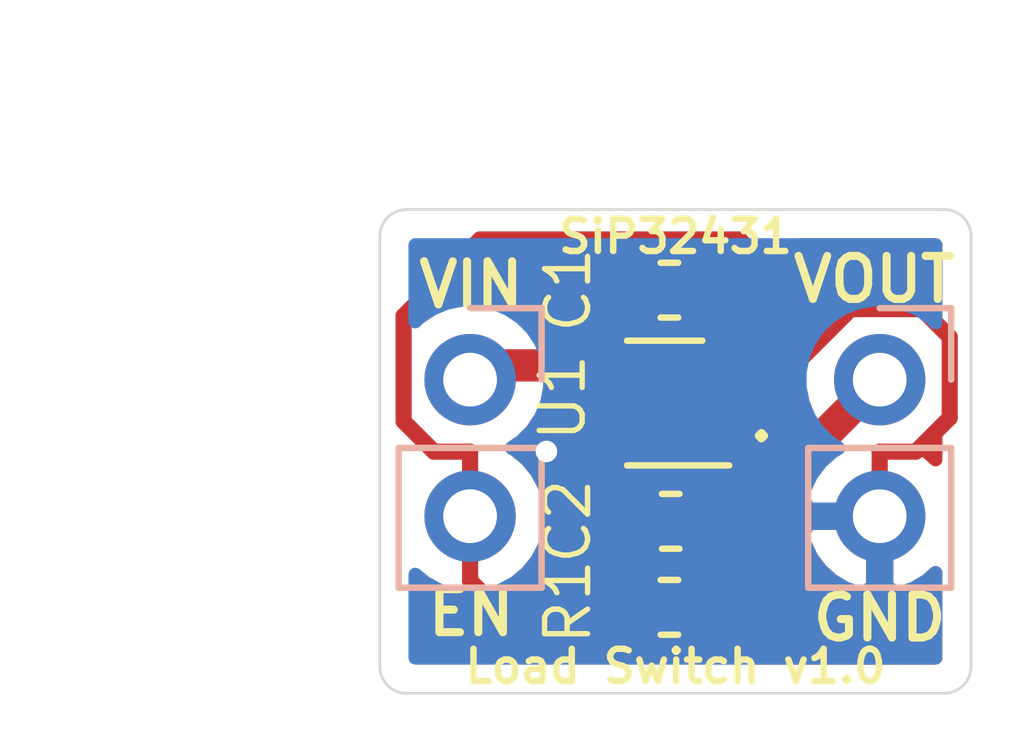
<source format=kicad_pcb>
(kicad_pcb (version 20171130) (host pcbnew "(5.1.2)-1")

  (general
    (thickness 1.6)
    (drawings 17)
    (tracks 47)
    (zones 0)
    (modules 6)
    (nets 6)
  )

  (page A4)
  (title_block
    (title "Laod Switch BOard")
    (date 2019-06-08)
    (rev v1.0)
    (company Crescent)
  )

  (layers
    (0 F.Cu signal)
    (31 B.Cu signal)
    (32 B.Adhes user)
    (33 F.Adhes user)
    (34 B.Paste user)
    (35 F.Paste user)
    (36 B.SilkS user)
    (37 F.SilkS user)
    (38 B.Mask user)
    (39 F.Mask user)
    (40 Dwgs.User user)
    (41 Cmts.User user)
    (42 Eco1.User user)
    (43 Eco2.User user)
    (44 Edge.Cuts user)
    (45 Margin user)
    (46 B.CrtYd user)
    (47 F.CrtYd user)
    (48 B.Fab user)
    (49 F.Fab user)
  )

  (setup
    (last_trace_width 0.3)
    (trace_clearance 0.2)
    (zone_clearance 0.508)
    (zone_45_only no)
    (trace_min 0.2)
    (via_size 0.8)
    (via_drill 0.4)
    (via_min_size 0.4)
    (via_min_drill 0.3)
    (uvia_size 0.3)
    (uvia_drill 0.1)
    (uvias_allowed no)
    (uvia_min_size 0.2)
    (uvia_min_drill 0.1)
    (edge_width 0.05)
    (segment_width 0.2)
    (pcb_text_width 0.3)
    (pcb_text_size 1.5 1.5)
    (mod_edge_width 0.12)
    (mod_text_size 1 1)
    (mod_text_width 0.15)
    (pad_size 1.7 1.7)
    (pad_drill 1)
    (pad_to_mask_clearance 0.051)
    (solder_mask_min_width 0.25)
    (aux_axis_origin 0 0)
    (visible_elements FFFFFF7F)
    (pcbplotparams
      (layerselection 0x010fc_ffffffff)
      (usegerberextensions true)
      (usegerberattributes false)
      (usegerberadvancedattributes false)
      (creategerberjobfile false)
      (excludeedgelayer true)
      (linewidth 0.100000)
      (plotframeref false)
      (viasonmask false)
      (mode 1)
      (useauxorigin false)
      (hpglpennumber 1)
      (hpglpenspeed 20)
      (hpglpendiameter 15.000000)
      (psnegative false)
      (psa4output false)
      (plotreference true)
      (plotvalue true)
      (plotinvisibletext false)
      (padsonsilk false)
      (subtractmaskfromsilk false)
      (outputformat 1)
      (mirror false)
      (drillshape 0)
      (scaleselection 1)
      (outputdirectory "GERBER/"))
  )

  (net 0 "")
  (net 1 /VIN)
  (net 2 /GND)
  (net 3 /VOUT)
  (net 4 /ENABLE)
  (net 5 "Net-(U1-Pad6)")

  (net_class Default "これはデフォルトのネット クラスです。"
    (clearance 0.2)
    (trace_width 0.3)
    (via_dia 0.8)
    (via_drill 0.4)
    (uvia_dia 0.3)
    (uvia_drill 0.1)
    (add_net /ENABLE)
    (add_net /GND)
    (add_net "Net-(U1-Pad6)")
  )

  (net_class POW ""
    (clearance 0.2)
    (trace_width 0.6)
    (via_dia 0.8)
    (via_drill 0.4)
    (uvia_dia 0.3)
    (uvia_drill 0.1)
    (add_net /VIN)
    (add_net /VOUT)
  )

  (module Capacitor_SMD:C_0603_1608Metric (layer F.Cu) (tedit 5CFB48C3) (tstamp 5CFB85AC)
    (at 110.388 53.5)
    (descr "Capacitor SMD 0603 (1608 Metric), square (rectangular) end terminal, IPC_7351 nominal, (Body size source: http://www.tortai-tech.com/upload/download/2011102023233369053.pdf), generated with kicad-footprint-generator")
    (tags capacitor)
    (path /5CFB6084)
    (attr smd)
    (fp_text reference C1 (at -1.888 0 90) (layer F.SilkS)
      (effects (font (size 0.8 0.8) (thickness 0.1)))
    )
    (fp_text value 1u (at 0 1.43) (layer F.Fab) hide
      (effects (font (size 1 1) (thickness 0.15)))
    )
    (fp_line (start -0.8 0.4) (end -0.8 -0.4) (layer F.Fab) (width 0.1))
    (fp_line (start -0.8 -0.4) (end 0.8 -0.4) (layer F.Fab) (width 0.1))
    (fp_line (start 0.8 -0.4) (end 0.8 0.4) (layer F.Fab) (width 0.1))
    (fp_line (start 0.8 0.4) (end -0.8 0.4) (layer F.Fab) (width 0.1))
    (fp_line (start -0.162779 -0.51) (end 0.162779 -0.51) (layer F.SilkS) (width 0.12))
    (fp_line (start -0.162779 0.51) (end 0.162779 0.51) (layer F.SilkS) (width 0.12))
    (fp_line (start -1.48 0.73) (end -1.48 -0.73) (layer F.CrtYd) (width 0.05))
    (fp_line (start -1.48 -0.73) (end 1.48 -0.73) (layer F.CrtYd) (width 0.05))
    (fp_line (start 1.48 -0.73) (end 1.48 0.73) (layer F.CrtYd) (width 0.05))
    (fp_line (start 1.48 0.73) (end -1.48 0.73) (layer F.CrtYd) (width 0.05))
    (fp_text user %R (at 0 0) (layer F.Fab)
      (effects (font (size 0.4 0.4) (thickness 0.06)))
    )
    (pad 1 smd roundrect (at -0.7875 0) (size 0.875 0.95) (layers F.Cu F.Paste F.Mask) (roundrect_rratio 0.25)
      (net 1 /VIN))
    (pad 2 smd roundrect (at 0.7875 0) (size 0.875 0.95) (layers F.Cu F.Paste F.Mask) (roundrect_rratio 0.25)
      (net 2 /GND))
    (model ${KISYS3DMOD}/Capacitor_SMD.3dshapes/C_0603_1608Metric.wrl
      (at (xyz 0 0 0))
      (scale (xyz 1 1 1))
      (rotate (xyz 0 0 0))
    )
  )

  (module Capacitor_SMD:C_0603_1608Metric (layer F.Cu) (tedit 5B301BBE) (tstamp 5CFB85BD)
    (at 110.412 57.8 180)
    (descr "Capacitor SMD 0603 (1608 Metric), square (rectangular) end terminal, IPC_7351 nominal, (Body size source: http://www.tortai-tech.com/upload/download/2011102023233369053.pdf), generated with kicad-footprint-generator")
    (tags capacitor)
    (path /5CFB6639)
    (attr smd)
    (fp_text reference C2 (at 1.9125 0 90) (layer F.SilkS)
      (effects (font (size 0.8 0.8) (thickness 0.1)))
    )
    (fp_text value 0.1u (at 0 1.43) (layer F.Fab) hide
      (effects (font (size 1 1) (thickness 0.15)))
    )
    (fp_text user %R (at 0 0) (layer F.Fab)
      (effects (font (size 0.4 0.4) (thickness 0.06)))
    )
    (fp_line (start 1.48 0.73) (end -1.48 0.73) (layer F.CrtYd) (width 0.05))
    (fp_line (start 1.48 -0.73) (end 1.48 0.73) (layer F.CrtYd) (width 0.05))
    (fp_line (start -1.48 -0.73) (end 1.48 -0.73) (layer F.CrtYd) (width 0.05))
    (fp_line (start -1.48 0.73) (end -1.48 -0.73) (layer F.CrtYd) (width 0.05))
    (fp_line (start -0.162779 0.51) (end 0.162779 0.51) (layer F.SilkS) (width 0.12))
    (fp_line (start -0.162779 -0.51) (end 0.162779 -0.51) (layer F.SilkS) (width 0.12))
    (fp_line (start 0.8 0.4) (end -0.8 0.4) (layer F.Fab) (width 0.1))
    (fp_line (start 0.8 -0.4) (end 0.8 0.4) (layer F.Fab) (width 0.1))
    (fp_line (start -0.8 -0.4) (end 0.8 -0.4) (layer F.Fab) (width 0.1))
    (fp_line (start -0.8 0.4) (end -0.8 -0.4) (layer F.Fab) (width 0.1))
    (pad 2 smd roundrect (at 0.7875 0 180) (size 0.875 0.95) (layers F.Cu F.Paste F.Mask) (roundrect_rratio 0.25)
      (net 2 /GND))
    (pad 1 smd roundrect (at -0.7875 0 180) (size 0.875 0.95) (layers F.Cu F.Paste F.Mask) (roundrect_rratio 0.25)
      (net 3 /VOUT))
    (model ${KISYS3DMOD}/Capacitor_SMD.3dshapes/C_0603_1608Metric.wrl
      (at (xyz 0 0 0))
      (scale (xyz 1 1 1))
      (rotate (xyz 0 0 0))
    )
  )

  (module Connector_PinHeader_2.54mm:PinHeader_1x02_P2.54mm_Vertical (layer B.Cu) (tedit 5CFB44FA) (tstamp 5CFB85D3)
    (at 106.68 55.165 180)
    (descr "Through hole straight pin header, 1x02, 2.54mm pitch, single row")
    (tags "Through hole pin header THT 1x02 2.54mm single row")
    (path /5CFB3EC8)
    (fp_text reference J1 (at 0 2.33) (layer B.SilkS) hide
      (effects (font (size 1 1) (thickness 0.15)) (justify mirror))
    )
    (fp_text value Conn_01x02 (at 0 -4.87) (layer B.Fab) hide
      (effects (font (size 1 1) (thickness 0.15)) (justify mirror))
    )
    (fp_line (start -0.635 1.27) (end 1.27 1.27) (layer B.Fab) (width 0.1))
    (fp_line (start 1.27 1.27) (end 1.27 -3.81) (layer B.Fab) (width 0.1))
    (fp_line (start 1.27 -3.81) (end -1.27 -3.81) (layer B.Fab) (width 0.1))
    (fp_line (start -1.27 -3.81) (end -1.27 0.635) (layer B.Fab) (width 0.1))
    (fp_line (start -1.27 0.635) (end -0.635 1.27) (layer B.Fab) (width 0.1))
    (fp_line (start -1.33 -3.87) (end 1.33 -3.87) (layer B.SilkS) (width 0.12))
    (fp_line (start -1.33 -1.27) (end -1.33 -3.87) (layer B.SilkS) (width 0.12))
    (fp_line (start 1.33 -1.27) (end 1.33 -3.87) (layer B.SilkS) (width 0.12))
    (fp_line (start -1.33 -1.27) (end 1.33 -1.27) (layer B.SilkS) (width 0.12))
    (fp_line (start -1.33 0) (end -1.33 1.33) (layer B.SilkS) (width 0.12))
    (fp_line (start -1.33 1.33) (end 0 1.33) (layer B.SilkS) (width 0.12))
    (fp_line (start -1.8 1.8) (end -1.8 -4.35) (layer B.CrtYd) (width 0.05))
    (fp_line (start -1.8 -4.35) (end 1.8 -4.35) (layer B.CrtYd) (width 0.05))
    (fp_line (start 1.8 -4.35) (end 1.8 1.8) (layer B.CrtYd) (width 0.05))
    (fp_line (start 1.8 1.8) (end -1.8 1.8) (layer B.CrtYd) (width 0.05))
    (fp_text user %R (at 0 -1.27 270) (layer B.Fab)
      (effects (font (size 1 1) (thickness 0.15)) (justify mirror))
    )
    (pad 1 thru_hole circle (at 0 0 180) (size 1.7 1.7) (drill 1) (layers *.Cu *.Mask)
      (net 1 /VIN))
    (pad 2 thru_hole oval (at 0 -2.54 180) (size 1.7 1.7) (drill 1) (layers *.Cu *.Mask)
      (net 4 /ENABLE))
    (model ${KISYS3DMOD}/Connector_PinHeader_2.54mm.3dshapes/PinHeader_1x02_P2.54mm_Vertical.wrl
      (at (xyz 0 0 0))
      (scale (xyz 1 1 1))
      (rotate (xyz 0 0 0))
    )
  )

  (module Connector_PinHeader_2.54mm:PinHeader_1x02_P2.54mm_Vertical (layer B.Cu) (tedit 5CFB4501) (tstamp 5CFB87CA)
    (at 114.3 55.165 180)
    (descr "Through hole straight pin header, 1x02, 2.54mm pitch, single row")
    (tags "Through hole pin header THT 1x02 2.54mm single row")
    (path /5CFB4956)
    (fp_text reference J2 (at 0 2.33) (layer B.SilkS) hide
      (effects (font (size 1 1) (thickness 0.15)) (justify mirror))
    )
    (fp_text value Conn_01x02 (at 0 -4.87) (layer B.Fab) hide
      (effects (font (size 1 1) (thickness 0.15)) (justify mirror))
    )
    (fp_text user %R (at 0 -1.27 270) (layer B.Fab)
      (effects (font (size 1 1) (thickness 0.15)) (justify mirror))
    )
    (fp_line (start 1.8 1.8) (end -1.8 1.8) (layer B.CrtYd) (width 0.05))
    (fp_line (start 1.8 -4.35) (end 1.8 1.8) (layer B.CrtYd) (width 0.05))
    (fp_line (start -1.8 -4.35) (end 1.8 -4.35) (layer B.CrtYd) (width 0.05))
    (fp_line (start -1.8 1.8) (end -1.8 -4.35) (layer B.CrtYd) (width 0.05))
    (fp_line (start -1.33 1.33) (end 0 1.33) (layer B.SilkS) (width 0.12))
    (fp_line (start -1.33 0) (end -1.33 1.33) (layer B.SilkS) (width 0.12))
    (fp_line (start -1.33 -1.27) (end 1.33 -1.27) (layer B.SilkS) (width 0.12))
    (fp_line (start 1.33 -1.27) (end 1.33 -3.87) (layer B.SilkS) (width 0.12))
    (fp_line (start -1.33 -1.27) (end -1.33 -3.87) (layer B.SilkS) (width 0.12))
    (fp_line (start -1.33 -3.87) (end 1.33 -3.87) (layer B.SilkS) (width 0.12))
    (fp_line (start -1.27 0.635) (end -0.635 1.27) (layer B.Fab) (width 0.1))
    (fp_line (start -1.27 -3.81) (end -1.27 0.635) (layer B.Fab) (width 0.1))
    (fp_line (start 1.27 -3.81) (end -1.27 -3.81) (layer B.Fab) (width 0.1))
    (fp_line (start 1.27 1.27) (end 1.27 -3.81) (layer B.Fab) (width 0.1))
    (fp_line (start -0.635 1.27) (end 1.27 1.27) (layer B.Fab) (width 0.1))
    (pad 2 thru_hole oval (at 0 -2.54 180) (size 1.7 1.7) (drill 1) (layers *.Cu *.Mask)
      (net 2 /GND))
    (pad 1 thru_hole circle (at 0 0 180) (size 1.7 1.7) (drill 1) (layers *.Cu *.Mask)
      (net 3 /VOUT))
    (model ${KISYS3DMOD}/Connector_PinHeader_2.54mm.3dshapes/PinHeader_1x02_P2.54mm_Vertical.wrl
      (at (xyz 0 0 0))
      (scale (xyz 1 1 1))
      (rotate (xyz 0 0 0))
    )
  )

  (module Resistor_SMD:R_0603_1608Metric (layer F.Cu) (tedit 5B301BBD) (tstamp 5CFB85FA)
    (at 110.388 59.4 180)
    (descr "Resistor SMD 0603 (1608 Metric), square (rectangular) end terminal, IPC_7351 nominal, (Body size source: http://www.tortai-tech.com/upload/download/2011102023233369053.pdf), generated with kicad-footprint-generator")
    (tags resistor)
    (path /5CFB5AA4)
    (attr smd)
    (fp_text reference R1 (at 1.8875 0.1 90) (layer F.SilkS)
      (effects (font (size 0.8 0.8) (thickness 0.1)))
    )
    (fp_text value R (at 0 1.43) (layer F.Fab) hide
      (effects (font (size 1 1) (thickness 0.15)))
    )
    (fp_line (start -0.8 0.4) (end -0.8 -0.4) (layer F.Fab) (width 0.1))
    (fp_line (start -0.8 -0.4) (end 0.8 -0.4) (layer F.Fab) (width 0.1))
    (fp_line (start 0.8 -0.4) (end 0.8 0.4) (layer F.Fab) (width 0.1))
    (fp_line (start 0.8 0.4) (end -0.8 0.4) (layer F.Fab) (width 0.1))
    (fp_line (start -0.162779 -0.51) (end 0.162779 -0.51) (layer F.SilkS) (width 0.12))
    (fp_line (start -0.162779 0.51) (end 0.162779 0.51) (layer F.SilkS) (width 0.12))
    (fp_line (start -1.48 0.73) (end -1.48 -0.73) (layer F.CrtYd) (width 0.05))
    (fp_line (start -1.48 -0.73) (end 1.48 -0.73) (layer F.CrtYd) (width 0.05))
    (fp_line (start 1.48 -0.73) (end 1.48 0.73) (layer F.CrtYd) (width 0.05))
    (fp_line (start 1.48 0.73) (end -1.48 0.73) (layer F.CrtYd) (width 0.05))
    (fp_text user %R (at 0 0) (layer F.Fab)
      (effects (font (size 0.4 0.4) (thickness 0.06)))
    )
    (pad 1 smd roundrect (at -0.7875 0 180) (size 0.875 0.95) (layers F.Cu F.Paste F.Mask) (roundrect_rratio 0.25)
      (net 4 /ENABLE))
    (pad 2 smd roundrect (at 0.7875 0 180) (size 0.875 0.95) (layers F.Cu F.Paste F.Mask) (roundrect_rratio 0.25)
      (net 2 /GND))
    (model ${KISYS3DMOD}/Resistor_SMD.3dshapes/R_0603_1608Metric.wrl
      (at (xyz 0 0 0))
      (scale (xyz 1 1 1))
      (rotate (xyz 0 0 0))
    )
  )

  (module Package_TO_SOT_SMD:SOT-363_SC-70-6 (layer F.Cu) (tedit 5A02FF57) (tstamp 5CFB8610)
    (at 110.3 55.6 180)
    (descr "SOT-363, SC-70-6")
    (tags "SOT-363 SC-70-6")
    (path /5CFB3450)
    (attr smd)
    (fp_text reference U1 (at 1.9 0.1 90) (layer F.SilkS)
      (effects (font (size 0.8 0.8) (thickness 0.1)))
    )
    (fp_text value LDSW_SiP32431 (at 0 2 180) (layer F.Fab) hide
      (effects (font (size 1 1) (thickness 0.15)))
    )
    (fp_text user %R (at 0 0 90) (layer F.Fab)
      (effects (font (size 0.5 0.5) (thickness 0.075)))
    )
    (fp_line (start 0.7 -1.16) (end -1.2 -1.16) (layer F.SilkS) (width 0.12))
    (fp_line (start -0.7 1.16) (end 0.7 1.16) (layer F.SilkS) (width 0.12))
    (fp_line (start 1.6 1.4) (end 1.6 -1.4) (layer F.CrtYd) (width 0.05))
    (fp_line (start -1.6 -1.4) (end -1.6 1.4) (layer F.CrtYd) (width 0.05))
    (fp_line (start -1.6 -1.4) (end 1.6 -1.4) (layer F.CrtYd) (width 0.05))
    (fp_line (start 0.675 -1.1) (end -0.175 -1.1) (layer F.Fab) (width 0.1))
    (fp_line (start -0.675 -0.6) (end -0.675 1.1) (layer F.Fab) (width 0.1))
    (fp_line (start -1.6 1.4) (end 1.6 1.4) (layer F.CrtYd) (width 0.05))
    (fp_line (start 0.675 -1.1) (end 0.675 1.1) (layer F.Fab) (width 0.1))
    (fp_line (start 0.675 1.1) (end -0.675 1.1) (layer F.Fab) (width 0.1))
    (fp_line (start -0.175 -1.1) (end -0.675 -0.6) (layer F.Fab) (width 0.1))
    (pad 1 smd rect (at -0.95 -0.65 180) (size 0.65 0.4) (layers F.Cu F.Paste F.Mask)
      (net 3 /VOUT))
    (pad 3 smd rect (at -0.95 0.65 180) (size 0.65 0.4) (layers F.Cu F.Paste F.Mask)
      (net 4 /ENABLE))
    (pad 5 smd rect (at 0.95 0 180) (size 0.65 0.4) (layers F.Cu F.Paste F.Mask)
      (net 2 /GND))
    (pad 2 smd rect (at -0.95 0 180) (size 0.65 0.4) (layers F.Cu F.Paste F.Mask)
      (net 2 /GND))
    (pad 4 smd rect (at 0.95 0.65 180) (size 0.65 0.4) (layers F.Cu F.Paste F.Mask)
      (net 1 /VIN))
    (pad 6 smd rect (at 0.95 -0.65 180) (size 0.65 0.4) (layers F.Cu F.Paste F.Mask)
      (net 5 "Net-(U1-Pad6)"))
    (model ${KISYS3DMOD}/Package_TO_SOT_SMD.3dshapes/SOT-363_SC-70-6.wrl
      (at (xyz 0 0 0))
      (scale (xyz 1 1 1))
      (rotate (xyz 0 0 0))
    )
  )

  (dimension 9 (width 0.15) (layer Eco2.User)
    (gr_text "8.99922 mm" (at 101.6 56.5 270) (layer Eco2.User)
      (effects (font (size 1 1) (thickness 0.15)))
    )
    (feature1 (pts (xy 105.5 61) (xy 102.313579 61)))
    (feature2 (pts (xy 105.5 52) (xy 102.313579 52)))
    (crossbar (pts (xy 102.9 52) (xy 102.9 61)))
    (arrow1a (pts (xy 102.9 61) (xy 102.313579 59.873496)))
    (arrow1b (pts (xy 102.9 61) (xy 103.486421 59.873496)))
    (arrow2a (pts (xy 102.9 52) (xy 102.313579 53.126504)))
    (arrow2b (pts (xy 102.9 52) (xy 103.486421 53.126504)))
  )
  (dimension 11 (width 0.15) (layer Eco2.User)
    (gr_text "11.00074 mm" (at 110.5 48.8) (layer Eco2.User)
      (effects (font (size 1 1) (thickness 0.15)))
    )
    (feature1 (pts (xy 116 52.7) (xy 116 49.513579)))
    (feature2 (pts (xy 105 52.7) (xy 105 49.513579)))
    (crossbar (pts (xy 105 50.1) (xy 116 50.1)))
    (arrow1a (pts (xy 116 50.1) (xy 114.873496 50.686421)))
    (arrow1b (pts (xy 116 50.1) (xy 114.873496 49.513579)))
    (arrow2a (pts (xy 105 50.1) (xy 106.126504 50.686421)))
    (arrow2b (pts (xy 105 50.1) (xy 106.126504 49.513579)))
  )
  (gr_text SiP32431 (at 110.5 52.5) (layer F.SilkS)
    (effects (font (size 0.6 0.6) (thickness 0.12)))
  )
  (gr_text "Load Switch v1.0" (at 110.5 60.5) (layer F.SilkS)
    (effects (font (size 0.6 0.6) (thickness 0.12)))
  )
  (gr_text . (at 112.1 55.8) (layer F.SilkS)
    (effects (font (size 1 1) (thickness 0.15)))
  )
  (gr_text GND (at 114.3 59.6) (layer F.SilkS) (tstamp 5CFB8B1A)
    (effects (font (size 0.8 0.8) (thickness 0.15)))
  )
  (gr_text VOUT (at 114.2 53.3) (layer F.SilkS) (tstamp 5CFB8B16)
    (effects (font (size 0.8 0.8) (thickness 0.15)))
  )
  (gr_text EN (at 106.7 59.5) (layer F.SilkS) (tstamp 5CFB8B11)
    (effects (font (size 0.8 0.8) (thickness 0.15)))
  )
  (gr_text VIN (at 106.7 53.4) (layer F.SilkS)
    (effects (font (size 0.8 0.8) (thickness 0.15)))
  )
  (gr_line (start 115.5 52) (end 105.5 52) (layer Edge.Cuts) (width 0.05) (tstamp 5CFB8ADD))
  (gr_line (start 116 60.5) (end 116 52.5) (layer Edge.Cuts) (width 0.05) (tstamp 5CFB8ADC))
  (gr_line (start 105 52.5) (end 105 60.5) (layer Edge.Cuts) (width 0.05) (tstamp 5CFB8ADA))
  (gr_line (start 115.5 61) (end 105.5 61) (layer Edge.Cuts) (width 0.05) (tstamp 5CFB8AD9))
  (gr_arc (start 105.5 60.5) (end 105 60.5) (angle -90) (layer Edge.Cuts) (width 0.05))
  (gr_arc (start 115.5 60.5) (end 115.5 61) (angle -90) (layer Edge.Cuts) (width 0.05))
  (gr_arc (start 115.5 52.5) (end 116 52.5) (angle -90) (layer Edge.Cuts) (width 0.05))
  (gr_arc (start 105.5 52.5) (end 105.5 52) (angle -90) (layer Edge.Cuts) (width 0.05))

  (segment (start 109.35 54.8996) (end 106.9454 54.8996) (width 0.6) (layer F.Cu) (net 1))
  (segment (start 106.9454 54.8996) (end 106.68 55.165) (width 0.6) (layer F.Cu) (net 1))
  (segment (start 109.6005 53.5) (end 109.6005 54.6491) (width 0.6) (layer F.Cu) (net 1))
  (segment (start 109.6005 54.6491) (end 109.35 54.8996) (width 0.6) (layer F.Cu) (net 1))
  (segment (start 109.35 54.8996) (end 109.35 54.95) (width 0.3998) (layer F.Cu) (net 1))
  (segment (start 110.519 55.6) (end 110.0254 55.6) (width 0.3) (layer F.Cu) (net 2))
  (segment (start 111.25 55.6) (end 110.519 55.6) (width 0.3) (layer F.Cu) (net 2))
  (segment (start 110.519 55.6) (end 110.519 54.1565) (width 0.3) (layer F.Cu) (net 2))
  (segment (start 110.519 54.1565) (end 111.1755 53.5) (width 0.3) (layer F.Cu) (net 2))
  (segment (start 110.0254 55.6) (end 109.35 55.6) (width 0.3) (layer F.Cu) (net 2))
  (segment (start 109.6245 57.8) (end 110.0254 57.3991) (width 0.3) (layer F.Cu) (net 2))
  (segment (start 110.0254 57.3991) (end 110.0254 55.6) (width 0.3) (layer F.Cu) (net 2))
  (segment (start 114.3 56.5047) (end 114.973 56.5047) (width 0.3) (layer F.Cu) (net 2))
  (segment (start 114.973 56.5047) (end 115.6024 55.8753) (width 0.3) (layer F.Cu) (net 2))
  (segment (start 115.6024 55.8753) (end 115.6024 54.3696) (width 0.3) (layer F.Cu) (net 2))
  (segment (start 115.6024 54.3696) (end 115.0859 53.8531) (width 0.3) (layer F.Cu) (net 2))
  (segment (start 115.0859 53.8531) (end 113.761 53.8531) (width 0.3) (layer F.Cu) (net 2))
  (segment (start 113.761 53.8531) (end 112.0141 55.6) (width 0.3) (layer F.Cu) (net 2))
  (segment (start 112.0141 55.6) (end 111.25 55.6) (width 0.3) (layer F.Cu) (net 2) (status 800000))
  (segment (start 114.3 57.705) (end 114.3 56.5047) (width 0.3) (layer F.Cu) (net 2))
  (segment (start 109.6005 59.4) (end 109.6005 57.824) (width 0.3) (layer F.Cu) (net 2))
  (segment (start 109.6005 57.824) (end 109.6245 57.8) (width 0.3) (layer F.Cu) (net 2))
  (segment (start 109.087 57.8) (end 108.987 57.7) (width 0.3) (layer F.Cu) (net 2))
  (segment (start 109.6245 57.8) (end 109.087 57.8) (width 0.3) (layer F.Cu) (net 2))
  (segment (start 108.987 57.7) (end 108.6 57.7) (width 0.3) (layer F.Cu) (net 2))
  (via (at 108.1 56.5) (size 0.8) (drill 0.4) (layers F.Cu B.Cu) (net 2))
  (segment (start 108.6 57.7) (end 108.1 57.2) (width 0.3) (layer F.Cu) (net 2))
  (segment (start 108.1 57.2) (end 108.1 56.5) (width 0.3) (layer F.Cu) (net 2))
  (segment (start 111.1995 57.8) (end 111.3004 57.6991) (width 0.6) (layer F.Cu) (net 3))
  (segment (start 111.3004 57.6991) (end 111.3004 56.3004) (width 0.6) (layer F.Cu) (net 3))
  (segment (start 111.3004 56.3004) (end 111.25 56.25) (width 0.3998) (layer F.Cu) (net 3))
  (segment (start 114.3 55.165) (end 113.1646 56.3004) (width 0.6) (layer F.Cu) (net 3))
  (segment (start 113.1646 56.3004) (end 111.3004 56.3004) (width 0.6) (layer F.Cu) (net 3))
  (segment (start 106.68 57.705) (end 106.68 56.5047) (width 0.3) (layer F.Cu) (net 4))
  (segment (start 111.25 54.95) (end 111.9253 54.95) (width 0.3) (layer F.Cu) (net 4))
  (segment (start 111.9253 54.95) (end 112.0715 54.8038) (width 0.3) (layer F.Cu) (net 4))
  (segment (start 112.0715 54.8038) (end 112.0715 52.9358) (width 0.3) (layer F.Cu) (net 4))
  (segment (start 112.0715 52.9358) (end 111.6923 52.5566) (width 0.3) (layer F.Cu) (net 4))
  (segment (start 111.6923 52.5566) (end 106.8655 52.5566) (width 0.3) (layer F.Cu) (net 4))
  (segment (start 106.8655 52.5566) (end 105.4429 53.9792) (width 0.3) (layer F.Cu) (net 4))
  (segment (start 105.4429 53.9792) (end 105.4429 55.9407) (width 0.3) (layer F.Cu) (net 4))
  (segment (start 105.4429 55.9407) (end 106.0069 56.5047) (width 0.3) (layer F.Cu) (net 4))
  (segment (start 106.0069 56.5047) (end 106.68 56.5047) (width 0.3) (layer F.Cu) (net 4))
  (segment (start 106.68 57.705) (end 106.68 58.9053) (width 0.3) (layer F.Cu) (net 4))
  (segment (start 106.68 58.9053) (end 108.0283 60.2536) (width 0.3) (layer F.Cu) (net 4))
  (segment (start 108.0283 60.2536) (end 110.3219 60.2536) (width 0.3) (layer F.Cu) (net 4))
  (segment (start 110.3219 60.2536) (end 111.1755 59.4) (width 0.3) (layer F.Cu) (net 4))

  (zone (net 2) (net_name /GND) (layer F.Cu) (tstamp 0) (hatch edge 0.508)
    (connect_pads (clearance 0.508))
    (min_thickness 0.254)
    (fill yes (arc_segments 32) (thermal_gap 0.508) (thermal_bridge_width 0.508))
    (polygon
      (pts
        (xy 104 51) (xy 117 51) (xy 117 62) (xy 104 62)
      )
    )
    (filled_polygon
      (pts
        (xy 112.858524 57.34811) (xy 112.979845 57.578) (xy 114.173 57.578) (xy 114.173 57.558) (xy 114.427 57.558)
        (xy 114.427 57.578) (xy 114.447 57.578) (xy 114.447 57.832) (xy 114.427 57.832) (xy 114.427 59.025814)
        (xy 114.656891 59.146481) (xy 114.931252 59.049157) (xy 115.181355 58.900178) (xy 115.34 58.757178) (xy 115.34 60.34)
        (xy 111.905211 60.34) (xy 112.000115 60.262115) (xy 112.106671 60.132275) (xy 112.18585 59.984142) (xy 112.234608 59.823408)
        (xy 112.251072 59.65625) (xy 112.251072 59.14375) (xy 112.234608 58.976592) (xy 112.18585 58.815858) (xy 112.106671 58.667725)
        (xy 112.063091 58.614622) (xy 112.130671 58.532275) (xy 112.20985 58.384142) (xy 112.258608 58.223408) (xy 112.274516 58.06189)
        (xy 112.858524 58.06189) (xy 112.903175 58.209099) (xy 113.028359 58.47192) (xy 113.202412 58.705269) (xy 113.418645 58.900178)
        (xy 113.668748 59.049157) (xy 113.943109 59.146481) (xy 114.173 59.025814) (xy 114.173 57.832) (xy 112.979845 57.832)
        (xy 112.858524 58.06189) (xy 112.274516 58.06189) (xy 112.275072 58.05625) (xy 112.275072 57.54375) (xy 112.258608 57.376592)
        (xy 112.2354 57.300085) (xy 112.2354 57.2354) (xy 112.892711 57.2354)
      )
    )
    (filled_polygon
      (pts
        (xy 108.400355 55.921672) (xy 108.399188 55.925518) (xy 108.386928 56.05) (xy 108.386928 56.45) (xy 108.399188 56.574482)
        (xy 108.435498 56.69418) (xy 108.494463 56.804494) (xy 108.573815 56.901185) (xy 108.657196 56.969613) (xy 108.656463 56.970506)
        (xy 108.597498 57.08082) (xy 108.561188 57.200518) (xy 108.548928 57.325) (xy 108.552 57.51425) (xy 108.71075 57.673)
        (xy 109.4975 57.673) (xy 109.4975 57.653) (xy 109.7515 57.653) (xy 109.7515 57.673) (xy 109.7715 57.673)
        (xy 109.7715 57.927) (xy 109.7515 57.927) (xy 109.7515 58.42475) (xy 109.7275 58.44875) (xy 109.7275 59.273)
        (xy 109.7475 59.273) (xy 109.7475 59.4686) (xy 108.353458 59.4686) (xy 107.809858 58.925) (xy 108.524928 58.925)
        (xy 108.528 59.11425) (xy 108.68675 59.273) (xy 109.4735 59.273) (xy 109.4735 58.77525) (xy 109.4975 58.75125)
        (xy 109.4975 57.927) (xy 108.71075 57.927) (xy 108.552 58.08575) (xy 108.548928 58.275) (xy 108.561188 58.399482)
        (xy 108.597498 58.51918) (xy 108.628698 58.57755) (xy 108.573498 58.68082) (xy 108.537188 58.800518) (xy 108.524928 58.925)
        (xy 107.809858 58.925) (xy 107.685624 58.800766) (xy 107.735134 58.760134) (xy 107.920706 58.534014) (xy 108.058599 58.276034)
        (xy 108.143513 57.996111) (xy 108.172185 57.705) (xy 108.143513 57.413889) (xy 108.058599 57.133966) (xy 107.920706 56.875986)
        (xy 107.735134 56.649866) (xy 107.509014 56.464294) (xy 107.462362 56.439358) (xy 107.461334 56.428923) (xy 107.626632 56.318475)
        (xy 107.833475 56.111632) (xy 107.99599 55.868411) (xy 108.009995 55.8346) (xy 108.390328 55.8346)
      )
    )
    (filled_polygon
      (pts
        (xy 115.34 56.652823) (xy 115.181355 56.509822) (xy 115.064466 56.440195) (xy 115.246632 56.318475) (xy 115.340001 56.225106)
      )
    )
    (filled_polygon
      (pts
        (xy 110.357968 55.436218) (xy 110.394463 55.504494) (xy 110.472842 55.6) (xy 110.394463 55.695506) (xy 110.357968 55.763782)
        (xy 110.3 55.82175) (xy 110.242032 55.763782) (xy 110.205537 55.695506) (xy 110.127158 55.6) (xy 110.205537 55.504494)
        (xy 110.242032 55.436218) (xy 110.3 55.37825)
      )
    )
    (filled_polygon
      (pts
        (xy 115.340001 54.104894) (xy 115.246632 54.011525) (xy 115.003411 53.84901) (xy 114.733158 53.737068) (xy 114.44626 53.68)
        (xy 114.15374 53.68) (xy 113.866842 53.737068) (xy 113.596589 53.84901) (xy 113.353368 54.011525) (xy 113.146525 54.218368)
        (xy 112.98401 54.461589) (xy 112.872068 54.731842) (xy 112.859455 54.795251) (xy 112.8565 54.765248) (xy 112.8565 52.974356)
        (xy 112.860297 52.9358) (xy 112.8565 52.897244) (xy 112.8565 52.897239) (xy 112.852067 52.852234) (xy 112.845142 52.781913)
        (xy 112.808159 52.66) (xy 115.340001 52.66)
      )
    )
    (filled_polygon
      (pts
        (xy 111.286501 53.647) (xy 111.0485 53.647) (xy 111.0485 53.627) (xy 111.0285 53.627) (xy 111.0285 53.373)
        (xy 111.0485 53.373) (xy 111.0485 53.353) (xy 111.286501 53.353)
      )
    )
  )
  (zone (net 2) (net_name /GND) (layer B.Cu) (tstamp 0) (hatch edge 0.508)
    (connect_pads (clearance 0.508))
    (min_thickness 0.254)
    (fill yes (arc_segments 32) (thermal_gap 0.508) (thermal_bridge_width 0.508))
    (polygon
      (pts
        (xy 104 51) (xy 117 51) (xy 117 62) (xy 104 62)
      )
    )
    (filled_polygon
      (pts
        (xy 115.340001 54.104894) (xy 115.246632 54.011525) (xy 115.003411 53.84901) (xy 114.733158 53.737068) (xy 114.44626 53.68)
        (xy 114.15374 53.68) (xy 113.866842 53.737068) (xy 113.596589 53.84901) (xy 113.353368 54.011525) (xy 113.146525 54.218368)
        (xy 112.98401 54.461589) (xy 112.872068 54.731842) (xy 112.815 55.01874) (xy 112.815 55.31126) (xy 112.872068 55.598158)
        (xy 112.98401 55.868411) (xy 113.146525 56.111632) (xy 113.353368 56.318475) (xy 113.535534 56.440195) (xy 113.418645 56.509822)
        (xy 113.202412 56.704731) (xy 113.028359 56.93808) (xy 112.903175 57.200901) (xy 112.858524 57.34811) (xy 112.979845 57.578)
        (xy 114.173 57.578) (xy 114.173 57.558) (xy 114.427 57.558) (xy 114.427 57.578) (xy 114.447 57.578)
        (xy 114.447 57.832) (xy 114.427 57.832) (xy 114.427 59.025814) (xy 114.656891 59.146481) (xy 114.931252 59.049157)
        (xy 115.181355 58.900178) (xy 115.34 58.757178) (xy 115.34 60.34) (xy 105.66 60.34) (xy 105.66 58.788968)
        (xy 105.850986 58.945706) (xy 106.108966 59.083599) (xy 106.388889 59.168513) (xy 106.60705 59.19) (xy 106.75295 59.19)
        (xy 106.971111 59.168513) (xy 107.251034 59.083599) (xy 107.509014 58.945706) (xy 107.735134 58.760134) (xy 107.920706 58.534014)
        (xy 108.058599 58.276034) (xy 108.123559 58.06189) (xy 112.858524 58.06189) (xy 112.903175 58.209099) (xy 113.028359 58.47192)
        (xy 113.202412 58.705269) (xy 113.418645 58.900178) (xy 113.668748 59.049157) (xy 113.943109 59.146481) (xy 114.173 59.025814)
        (xy 114.173 57.832) (xy 112.979845 57.832) (xy 112.858524 58.06189) (xy 108.123559 58.06189) (xy 108.143513 57.996111)
        (xy 108.172185 57.705) (xy 108.143513 57.413889) (xy 108.058599 57.133966) (xy 107.920706 56.875986) (xy 107.735134 56.649866)
        (xy 107.509014 56.464294) (xy 107.453115 56.434415) (xy 107.626632 56.318475) (xy 107.833475 56.111632) (xy 107.99599 55.868411)
        (xy 108.107932 55.598158) (xy 108.165 55.31126) (xy 108.165 55.01874) (xy 108.107932 54.731842) (xy 107.99599 54.461589)
        (xy 107.833475 54.218368) (xy 107.626632 54.011525) (xy 107.383411 53.84901) (xy 107.113158 53.737068) (xy 106.82626 53.68)
        (xy 106.53374 53.68) (xy 106.246842 53.737068) (xy 105.976589 53.84901) (xy 105.733368 54.011525) (xy 105.66 54.084893)
        (xy 105.66 52.66) (xy 115.340001 52.66)
      )
    )
  )
)

</source>
